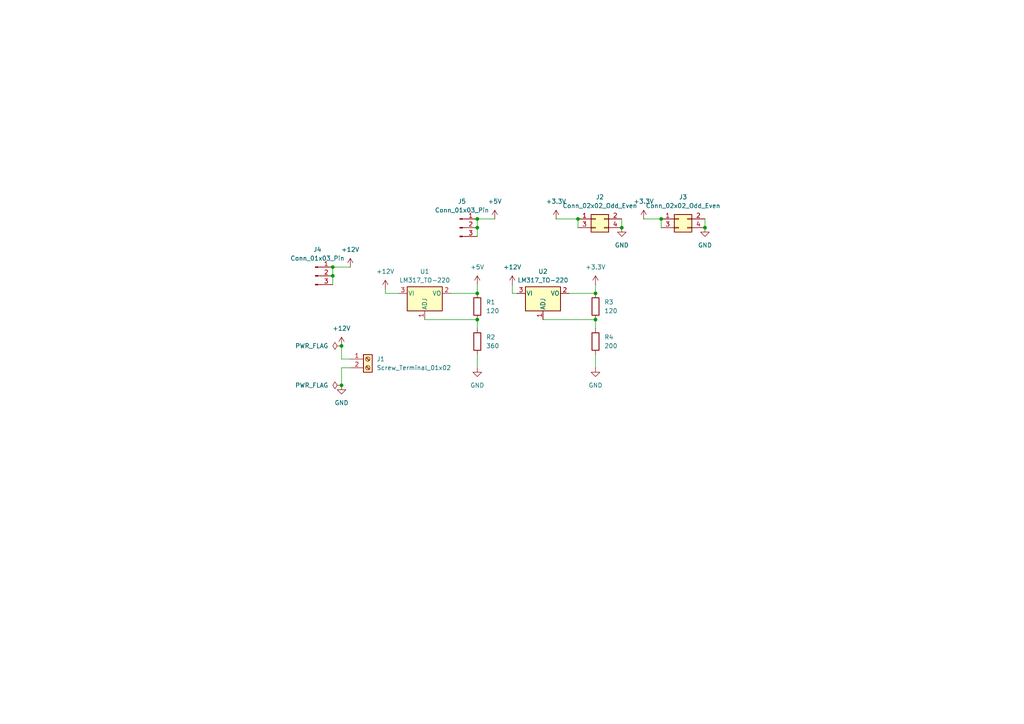
<source format=kicad_sch>
(kicad_sch (version 20250114) (generator "eeschema") (generator_version "9.0")
  (paper "A4")
  (lib_symbols
    (symbol "Connector:Conn_01x03_Pin" (pin_names (offset 1.016) (hide yes))
      (property "Reference" "J" (at 0 5.08 0))
      (property "Value" "Conn_01x03_Pin" (at 0 -5.08 0))
      (symbol "Conn_01x03_Pin_1_1"
        (rectangle (start 0.8636 2.667) (end 0 2.413) (stroke (width 0.1524)) (fill (type outline)))
        (rectangle (start 0.8636 0.127) (end 0 -0.127) (stroke (width 0.1524)) (fill (type outline)))
        (rectangle (start 0.8636 -2.413) (end 0 -2.667) (stroke (width 0.1524)) (fill (type outline)))
        (polyline (pts (xy 1.27 2.54) (xy 0.8636 2.54)) (stroke (width 0.1524)))
        (polyline (pts (xy 1.27 0) (xy 0.8636 0)) (stroke (width 0.1524)))
        (polyline (pts (xy 1.27 -2.54) (xy 0.8636 -2.54)) (stroke (width 0.1524)))
        (pin passive line (at 5.08 2.54 180) (length 3.81) (name "Pin_1") (number "1"))
        (pin passive line (at 5.08 0 180) (length 3.81) (name "Pin_2") (number "2"))
        (pin passive line (at 5.08 -2.54 180) (length 3.81) (name "Pin_3") (number "3"))
      )
    )
    (symbol "Connector:Screw_Terminal_01x02" (pin_names (offset 1.016) (hide yes))
      (property "Reference" "J" (at 0 2.54 0))
      (property "Value" "Screw_Terminal_01x02" (at 0 -5.08 0))
      (symbol "Screw_Terminal_01x02_1_1"
        (rectangle (start -1.27 1.27) (end 1.27 -3.81) (stroke (width 0.254)) (fill (type background)))
        (polyline (pts (xy -0.5334 0.3302) (xy 0.3302 -0.508)) (stroke (width 0.1524)))
        (polyline (pts (xy -0.5334 -2.2098) (xy 0.3302 -3.048)) (stroke (width 0.1524)))
        (polyline (pts (xy -0.3556 0.508) (xy 0.508 -0.3302)) (stroke (width 0.1524)))
        (polyline (pts (xy -0.3556 -2.032) (xy 0.508 -2.8702)) (stroke (width 0.1524)))
        (circle (center 0 0) (radius 0.635) (stroke (width 0.1524)))
        (circle (center 0 -2.54) (radius 0.635) (stroke (width 0.1524)))
        (pin passive line (at -5.08 0 0) (length 3.81) (name "Pin_1") (number "1"))
        (pin passive line (at -5.08 -2.54 0) (length 3.81) (name "Pin_2") (number "2"))
      )
    )
    (symbol "Connector_Generic:Conn_02x02_Odd_Even" (pin_names (offset 1.016) (hide yes))
      (property "Reference" "J" (at 1.27 2.54 0))
      (property "Value" "Conn_02x02_Odd_Even" (at 1.27 -5.08 0))
      (symbol "Conn_02x02_Odd_Even_1_1"
        (rectangle (start -1.27 1.27) (end 3.81 -3.81) (stroke (width 0.254)) (fill (type background)))
        (rectangle (start -1.27 0.127) (end 0 -0.127) (stroke (width 0.1524)))
        (rectangle (start -1.27 -2.413) (end 0 -2.667) (stroke (width 0.1524)))
        (rectangle (start 3.81 0.127) (end 2.54 -0.127) (stroke (width 0.1524)))
        (rectangle (start 3.81 -2.413) (end 2.54 -2.667) (stroke (width 0.1524)))
        (pin passive line (at -5.08 0 0) (length 3.81) (name "Pin_1") (number "1"))
        (pin passive line (at -5.08 -2.54 0) (length 3.81) (name "Pin_3") (number "3"))
        (pin passive line (at 7.62 0 180) (length 3.81) (name "Pin_2") (number "2"))
        (pin passive line (at 7.62 -2.54 180) (length 3.81) (name "Pin_4") (number "4"))
      )
    )
    (symbol "Device:R" (pin_numbers (hide yes)) (pin_names (offset 0))
      (property "Reference" "R" (at 2.032 0 90))
      (property "Value" "R" (at 0 0 90))
      (symbol "R_0_1"
        (rectangle (start -1.016 -2.54) (end 1.016 2.54) (stroke (width 0.254)))
      )
      (symbol "R_1_1"
        (pin passive line (at 0 3.81 270) (length 1.27) (name "~") (number "1"))
        (pin passive line (at 0 -3.81 90) (length 1.27) (name "~") (number "2"))
      )
    )
    (symbol "Regulator_Linear:LM317_TO-220" (pin_names (offset 0.254))
      (property "Reference" "U" (at -3.81 3.175 0))
      (property "Value" "LM317_TO-220" (at 0 3.175 0))
      (symbol "LM317_TO-220_0_1"
        (rectangle (start -5.08 1.905) (end 5.08 -5.08) (stroke (width 0.254)) (fill (type background)))
      )
      (symbol "LM317_TO-220_1_1"
        (pin power_in line (at -7.62 0 0) (length 2.54) (name "VI") (number "3"))
        (pin input line (at 0 -7.62 90) (length 2.54) (name "ADJ") (number "1"))
        (pin power_out line (at 7.62 0 180) (length 2.54) (name "VO") (number "2"))
      )
    )
    (symbol "power:+12V" (power) (pin_numbers (hide yes)) (pin_names (offset 0) (hide yes))
      (property "Value" "+12V" (at 0 3.556 0))
      (symbol "+12V_0_1"
        (polyline (pts (xy -0.762 1.27) (xy 0 2.54)))
        (polyline (pts (xy 0 2.54) (xy 0.762 1.27)))
        (polyline (pts (xy 0 0) (xy 0 2.54)))
      )
      (symbol "+12V_1_1"
        (pin power_in line (at 0 0 90) (length 0) (name "~") (number "1"))
      )
    )
    (symbol "power:+3.3V" (power) (pin_numbers (hide yes)) (pin_names (offset 0) (hide yes))
      (property "Value" "+3.3V" (at 0 3.556 0))
      (symbol "+3.3V_0_1"
        (polyline (pts (xy -0.762 1.27) (xy 0 2.54)))
        (polyline (pts (xy 0 2.54) (xy 0.762 1.27)))
        (polyline (pts (xy 0 0) (xy 0 2.54)))
      )
      (symbol "+3.3V_1_1"
        (pin power_in line (at 0 0 90) (length 0) (name "~") (number "1"))
      )
    )
    (symbol "power:+5V" (power) (pin_numbers (hide yes)) (pin_names (offset 0) (hide yes))
      (property "Value" "+5V" (at 0 3.556 0))
      (symbol "+5V_0_1"
        (polyline (pts (xy -0.762 1.27) (xy 0 2.54)))
        (polyline (pts (xy 0 2.54) (xy 0.762 1.27)))
        (polyline (pts (xy 0 0) (xy 0 2.54)))
      )
      (symbol "+5V_1_1"
        (pin power_in line (at 0 0 90) (length 0) (name "~") (number "1"))
      )
    )
    (symbol "power:GND" (power) (pin_numbers (hide yes)) (pin_names (offset 0) (hide yes))
      (property "Value" "GND" (at 0 -3.81 0))
      (symbol "GND_0_1"
        (polyline (pts (xy 0 0) (xy 0 -1.27) (xy 1.27 -1.27) (xy 0 -2.54) (xy -1.27 -1.27) (xy 0 -1.27)))
      )
      (symbol "GND_1_1"
        (pin power_in line (at 0 0 270) (length 0) (name "~") (number "1"))
      )
    )
    (symbol "power:PWR_FLAG" (power) (pin_numbers (hide yes)) (pin_names (offset 0) (hide yes))
      (property "Value" "PWR_FLAG" (at 0 3.81 0))
      (symbol "PWR_FLAG_0_0"
        (pin power_out line (at 0 0 90) (length 0) (name "~") (number "1"))
      )
      (symbol "PWR_FLAG_0_1"
        (polyline (pts (xy 0 0) (xy 0 1.27) (xy -1.016 1.905) (xy 0 2.54) (xy 1.016 1.905) (xy 0 1.27)))
      )
    )
  )
  (junction (at 96.52 80.01))
  (junction (at 138.43 92.71))
  (junction (at 167.64 63.5))
  (junction (at 99.06 111.76))
  (junction (at 96.52 77.47))
  (junction (at 191.77 63.5))
  (junction (at 172.72 92.71))
  (junction (at 99.06 100.33))
  (junction (at 180.34 66.04))
  (junction (at 138.43 66.04))
  (junction (at 172.72 85.09))
  (junction (at 204.47 66.04))
  (junction (at 138.43 63.5))
  (junction (at 138.43 85.09))
  (wire (pts (xy 138.43 92.71) (xy 138.43 95.25)))
  (wire (pts (xy 96.52 77.47) (xy 96.52 80.01)))
  (wire (pts (xy 123.19 92.71) (xy 138.43 92.71)))
  (wire (pts (xy 96.52 80.01) (xy 96.52 82.55)))
  (wire (pts (xy 180.34 63.5) (xy 180.34 66.04)))
  (wire (pts (xy 96.52 77.47) (xy 101.6 77.47)))
  (wire (pts (xy 99.06 111.76) (xy 99.06 106.68)))
  (wire (pts (xy 161.29 63.5) (xy 167.64 63.5)))
  (wire (pts (xy 138.43 66.04) (xy 138.43 68.58)))
  (wire (pts (xy 148.59 85.09) (xy 149.86 85.09)))
  (wire (pts (xy 172.72 102.87) (xy 172.72 106.68)))
  (wire (pts (xy 148.59 82.55) (xy 148.59 85.09)))
  (wire (pts (xy 130.81 85.09) (xy 138.43 85.09)))
  (wire (pts (xy 99.06 100.33) (xy 99.06 104.14)))
  (wire (pts (xy 99.06 106.68) (xy 101.6 106.68)))
  (wire (pts (xy 138.43 82.55) (xy 138.43 85.09)))
  (wire (pts (xy 99.06 104.14) (xy 101.6 104.14)))
  (wire (pts (xy 204.47 63.5) (xy 204.47 66.04)))
  (wire (pts (xy 172.72 82.55) (xy 172.72 85.09)))
  (wire (pts (xy 172.72 92.71) (xy 172.72 95.25)))
  (wire (pts (xy 186.69 63.5) (xy 191.77 63.5)))
  (wire (pts (xy 165.1 85.09) (xy 172.72 85.09)))
  (wire (pts (xy 138.43 63.5) (xy 143.51 63.5)))
  (wire (pts (xy 111.76 83.82) (xy 111.76 85.09)))
  (wire (pts (xy 191.77 63.5) (xy 191.77 66.04)))
  (wire (pts (xy 138.43 63.5) (xy 138.43 66.04)))
  (wire (pts (xy 138.43 102.87) (xy 138.43 106.68)))
  (wire (pts (xy 111.76 85.09) (xy 115.57 85.09)))
  (wire (pts (xy 157.48 92.71) (xy 172.72 92.71)))
  (wire (pts (xy 167.64 63.5) (xy 167.64 66.04)))
  (symbol (lib_id "power:GND") (at 204.47 66.04 0) (unit 1)
    (property "Reference" "#PWR010" (effects (hide yes)))
    (property "Value" "GND" (at 204.47 71.12 0))
    (property "Description" "Power symbol creates a global label with name \"GND\" , ground" (effects (hide yes)))
  )
  (symbol (lib_id "power:GND") (at 138.43 106.68 0) (unit 1)
    (property "Reference" "#PWR05" (effects (hide yes)))
    (property "Value" "GND" (at 138.43 111.76 0))
    (property "Description" "Power symbol creates a global label with name \"GND\" , ground" (effects (hide yes)))
  )
  (symbol (lib_id "power:+12V") (at 101.6 77.47 0) (unit 1)
    (property "Reference" "#PWR014" (effects (hide yes)))
    (property "Value" "+12V" (at 101.6 72.39 0))
    (property "Description" "Power symbol creates a global label with name \"+12V\"" (effects (hide yes)))
  )
  (symbol (lib_id "power:+5V") (at 143.51 63.5 0) (unit 1)
    (property "Reference" "#PWR013" (effects (hide yes)))
    (property "Value" "+5V" (at 143.51 58.42 0))
    (property "Description" "Power symbol creates a global label with name \"+5V\"" (effects (hide yes)))
  )
  (symbol (lib_id "Device:R") (at 172.72 88.9 0) (unit 1)
    (property "Reference" "R3" (at 175.26 87.6299 0) (effects (justify left)))
    (property "Value" "120" (at 175.26 90.1699 0) (effects (justify left)))
    (property "Footprint" "Resistor_SMD:R_1206_3216Metric_Pad1.30x1.75mm_HandSolder" (effects (hide yes)))
    (property "Description" "Resistor" (effects (hide yes)))
  )
  (symbol (lib_id "power:+12V") (at 111.76 83.82 0) (unit 1)
    (property "Reference" "#PWR03" (effects (hide yes)))
    (property "Value" "+12V" (at 111.76 78.74 0))
    (property "Description" "Power symbol creates a global label with name \"+12V\"" (effects (hide yes)))
  )
  (symbol (lib_id "power:+3.3V") (at 172.72 82.55 0) (unit 1)
    (property "Reference" "#PWR08" (effects (hide yes)))
    (property "Value" "+3.3V" (at 172.72 77.47 0))
    (property "Description" "Power symbol creates a global label with name \"+3.3V\"" (effects (hide yes)))
  )
  (symbol (lib_id "Regulator_Linear:LM317_TO-220") (at 123.19 85.09 0) (unit 1)
    (property "Reference" "U1" (at 123.19 78.74 0))
    (property "Value" "LM317_TO-220" (at 123.19 81.28 0))
    (property "Footprint" "Package_TO_SOT_THT:TO-220-3_Vertical" (effects (hide yes)))
    (property "Datasheet" "http://www.ti.com/lit/ds/symlink/lm317.pdf" (effects (hide yes)))
    (property "Description" "1.5A 35V Adjustable Linear Regulator, TO-220" (effects (hide yes)))
  )
  (symbol (lib_id "Connector_Generic:Conn_02x02_Odd_Even") (at 196.85 63.5 0) (unit 1)
    (property "Reference" "J3" (at 198.12 57.15 0))
    (property "Value" "Conn_02x02_Odd_Even" (at 198.12 59.69 0))
    (property "Footprint" "Connector_PinHeader_2.54mm:PinHeader_2x02_P2.54mm_Vertical" (effects (hide yes)))
    (property "Description" "Generic connector, double row, 02x02, odd/even pin numbering scheme (row 1 odd numbers, row 2 even numbers), script generated (kicad-library-utils/schlib/autogen/connector/)" (effects (hide yes)))
  )
  (symbol (lib_id "Connector_Generic:Conn_02x02_Odd_Even") (at 172.72 63.5 0) (unit 1)
    (property "Reference" "J2" (at 173.99 57.15 0))
    (property "Value" "Conn_02x02_Odd_Even" (at 173.99 59.69 0))
    (property "Footprint" "Connector_PinHeader_2.54mm:PinHeader_2x02_P2.54mm_Vertical" (effects (hide yes)))
    (property "Description" "Generic connector, double row, 02x02, odd/even pin numbering scheme (row 1 odd numbers, row 2 even numbers), script generated (kicad-library-utils/schlib/autogen/connector/)" (effects (hide yes)))
  )
  (symbol (lib_id "power:GND") (at 172.72 106.68 0) (unit 1)
    (property "Reference" "#PWR06" (effects (hide yes)))
    (property "Value" "GND" (at 172.72 111.76 0))
    (property "Description" "Power symbol creates a global label with name \"GND\" , ground" (effects (hide yes)))
  )
  (symbol (lib_id "power:PWR_FLAG") (at 99.06 100.33 90) (unit 1)
    (property "Reference" "#FLG01" (effects (hide yes)))
    (property "Value" "PWR_FLAG" (at 95.25 100.3299 90) (effects (justify left)))
    (property "Description" "Special symbol for telling ERC where power comes from" (effects (hide yes)))
  )
  (symbol (lib_id "power:+3.3V") (at 186.69 63.5 0) (unit 1)
    (property "Reference" "#PWR012" (effects (hide yes)))
    (property "Value" "+3.3V" (at 186.69 58.42 0))
    (property "Description" "Power symbol creates a global label with name \"+3.3V\"" (effects (hide yes)))
  )
  (symbol (lib_id "power:PWR_FLAG") (at 99.06 111.76 90) (unit 1)
    (property "Reference" "#FLG02" (effects (hide yes)))
    (property "Value" "PWR_FLAG" (at 95.25 111.7599 90) (effects (justify left)))
    (property "Description" "Special symbol for telling ERC where power comes from" (effects (hide yes)))
  )
  (symbol (lib_id "power:+3.3V") (at 161.29 63.5 0) (unit 1)
    (property "Reference" "#PWR011" (effects (hide yes)))
    (property "Value" "+3.3V" (at 161.29 58.42 0))
    (property "Description" "Power symbol creates a global label with name \"+3.3V\"" (effects (hide yes)))
  )
  (symbol (lib_id "power:+12V") (at 148.59 82.55 0) (unit 1)
    (property "Reference" "#PWR04" (effects (hide yes)))
    (property "Value" "+12V" (at 148.59 77.47 0))
    (property "Description" "Power symbol creates a global label with name \"+12V\"" (effects (hide yes)))
  )
  (symbol (lib_id "Device:R") (at 172.72 99.06 0) (unit 1)
    (property "Reference" "R4" (at 175.26 97.7899 0) (effects (justify left)))
    (property "Value" "200" (at 175.26 100.3299 0) (effects (justify left)))
    (property "Footprint" "Resistor_SMD:R_1206_3216Metric_Pad1.30x1.75mm_HandSolder" (effects (hide yes)))
    (property "Description" "Resistor" (effects (hide yes)))
  )
  (symbol (lib_id "Connector:Screw_Terminal_01x02") (at 106.68 104.14 0) (unit 1)
    (property "Reference" "J1" (at 109.22 104.1399 0) (effects (justify left)))
    (property "Value" "Screw_Terminal_01x02" (at 109.22 106.6799 0) (effects (justify left)))
    (property "Footprint" "TerminalBlock:TerminalBlock_MaiXu_MX126-5.0-02P_1x02_P5.00mm" (effects (hide yes)))
    (property "Description" "Generic screw terminal, single row, 01x02, script generated (kicad-library-utils/schlib/autogen/connector/)" (effects (hide yes)))
  )
  (symbol (lib_id "Device:R") (at 138.43 88.9 0) (unit 1)
    (property "Reference" "R1" (at 140.97 87.6299 0) (effects (justify left)))
    (property "Value" "120" (at 140.97 90.1699 0) (effects (justify left)))
    (property "Footprint" "Resistor_THT:R_Axial_DIN0207_L6.3mm_D2.5mm_P10.16mm_Horizontal" (effects (hide yes)))
    (property "Description" "Resistor" (effects (hide yes)))
  )
  (symbol (lib_id "power:GND") (at 99.06 111.76 0) (unit 1)
    (property "Reference" "#PWR02" (effects (hide yes)))
    (property "Value" "GND" (at 99.06 116.84 0))
    (property "Description" "Power symbol creates a global label with name \"GND\" , ground" (effects (hide yes)))
  )
  (symbol (lib_id "power:+5V") (at 138.43 82.55 0) (unit 1)
    (property "Reference" "#PWR07" (effects (hide yes)))
    (property "Value" "+5V" (at 138.43 77.47 0))
    (property "Description" "Power symbol creates a global label with name \"+5V\"" (effects (hide yes)))
  )
  (symbol (lib_id "Regulator_Linear:LM317_TO-220") (at 157.48 85.09 0) (unit 1)
    (property "Reference" "U2" (at 157.48 78.74 0))
    (property "Value" "LM317_TO-220" (at 157.48 81.28 0))
    (property "Footprint" "Package_TO_SOT_THT:TO-220-3_Vertical" (effects (hide yes)))
    (property "Datasheet" "http://www.ti.com/lit/ds/symlink/lm317.pdf" (effects (hide yes)))
    (property "Description" "1.5A 35V Adjustable Linear Regulator, TO-220" (effects (hide yes)))
  )
  (symbol (lib_id "Device:R") (at 138.43 99.06 0) (unit 1)
    (property "Reference" "R2" (at 140.97 97.7899 0) (effects (justify left)))
    (property "Value" "360" (at 140.97 100.3299 0) (effects (justify left)))
    (property "Footprint" "Resistor_THT:R_Axial_DIN0207_L6.3mm_D2.5mm_P7.62mm_Horizontal" (effects (hide yes)))
    (property "Description" "Resistor" (effects (hide yes)))
  )
  (symbol (lib_id "power:GND") (at 180.34 66.04 0) (unit 1)
    (property "Reference" "#PWR09" (effects (hide yes)))
    (property "Value" "GND" (at 180.34 71.12 0))
    (property "Description" "Power symbol creates a global label with name \"GND\" , ground" (effects (hide yes)))
  )
  (symbol (lib_id "power:+12V") (at 99.06 100.33 0) (unit 1)
    (property "Reference" "#PWR01" (effects (hide yes)))
    (property "Value" "+12V" (at 99.06 95.25 0))
    (property "Description" "Power symbol creates a global label with name \"+12V\"" (effects (hide yes)))
  )
  (symbol (lib_id "Connector:Conn_01x03_Pin") (at 91.44 80.01 0) (unit 1)
    (property "Reference" "J4" (at 92.075 72.39 0))
    (property "Value" "Conn_01x03_Pin" (at 92.075 74.93 0))
    (property "Footprint" "Connector_PinHeader_2.54mm:PinHeader_1x03_P2.54mm_Vertical" (effects (hide yes)))
    (property "Description" "Generic connector, single row, 01x03, script generated" (effects (hide yes)))
  )
  (symbol (lib_id "Connector:Conn_01x03_Pin") (at 133.35 66.04 0) (unit 1)
    (property "Reference" "J5" (at 133.985 58.42 0))
    (property "Value" "Conn_01x03_Pin" (at 133.985 60.96 0))
    (property "Footprint" "Connector_PinHeader_2.54mm:PinHeader_1x03_P2.54mm_Vertical" (effects (hide yes)))
    (property "Description" "Generic connector, single row, 01x03, script generated" (effects (hide yes)))
  )
)
</source>
